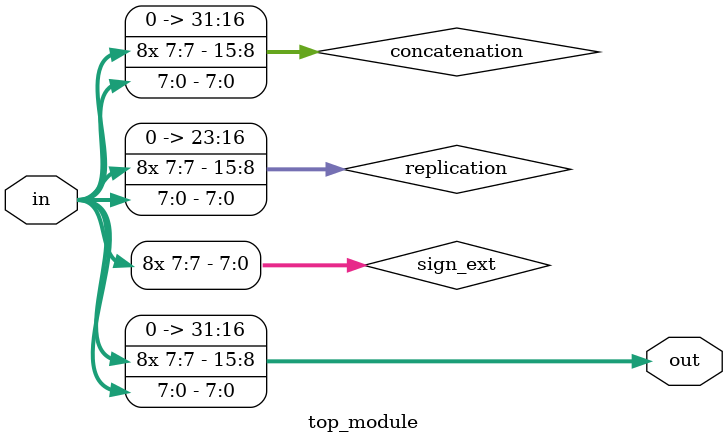
<source format=sv>
module top_module (
	input [7:0] in,
	output [31:0] out
);

wire [7:0] sign_ext;
wire [31:8] replication;
wire [31:0] concatenation;

assign sign_ext = {24{in[7]}};
assign replication = {sign_ext, in};
assign concatenation = replication;

assign out = concatenation;

endmodule

</source>
